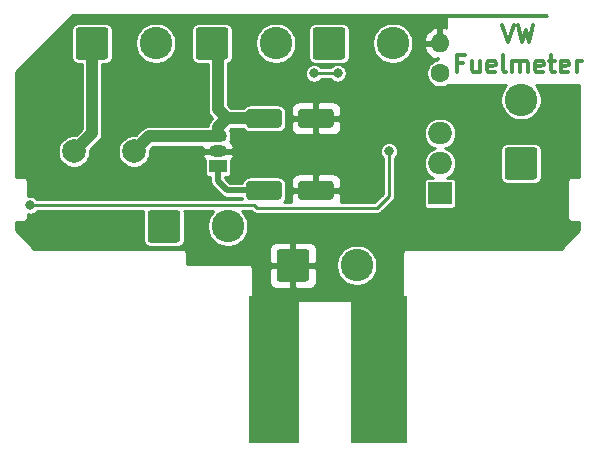
<source format=gbr>
G04 #@! TF.GenerationSoftware,KiCad,Pcbnew,(5.1.12-1-10_14)*
G04 #@! TF.CreationDate,2023-02-19T18:05:48+01:00*
G04 #@! TF.ProjectId,Kaefer_Konstanter_Tank,4b616566-6572-45f4-9b6f-6e7374616e74,rev?*
G04 #@! TF.SameCoordinates,Original*
G04 #@! TF.FileFunction,Copper,L1,Top*
G04 #@! TF.FilePolarity,Positive*
%FSLAX46Y46*%
G04 Gerber Fmt 4.6, Leading zero omitted, Abs format (unit mm)*
G04 Created by KiCad (PCBNEW (5.1.12-1-10_14)) date 2023-02-19 18:05:48*
%MOMM*%
%LPD*%
G01*
G04 APERTURE LIST*
G04 #@! TA.AperFunction,NonConductor*
%ADD10C,0.300000*%
G04 #@! TD*
G04 #@! TA.AperFunction,ComponentPad*
%ADD11R,1.500000X1.050000*%
G04 #@! TD*
G04 #@! TA.AperFunction,ComponentPad*
%ADD12O,1.500000X1.050000*%
G04 #@! TD*
G04 #@! TA.AperFunction,ComponentPad*
%ADD13O,1.600000X1.600000*%
G04 #@! TD*
G04 #@! TA.AperFunction,ComponentPad*
%ADD14C,1.600000*%
G04 #@! TD*
G04 #@! TA.AperFunction,ComponentPad*
%ADD15O,2.000000X1.905000*%
G04 #@! TD*
G04 #@! TA.AperFunction,ComponentPad*
%ADD16R,2.000000X1.905000*%
G04 #@! TD*
G04 #@! TA.AperFunction,ComponentPad*
%ADD17C,2.750000*%
G04 #@! TD*
G04 #@! TA.AperFunction,ComponentPad*
%ADD18C,2.000000*%
G04 #@! TD*
G04 #@! TA.AperFunction,ViaPad*
%ADD19C,0.800000*%
G04 #@! TD*
G04 #@! TA.AperFunction,Conductor*
%ADD20C,1.000000*%
G04 #@! TD*
G04 #@! TA.AperFunction,Conductor*
%ADD21C,0.250000*%
G04 #@! TD*
G04 #@! TA.AperFunction,Conductor*
%ADD22C,0.500000*%
G04 #@! TD*
G04 #@! TA.AperFunction,Conductor*
%ADD23C,0.254000*%
G04 #@! TD*
G04 #@! TA.AperFunction,Conductor*
%ADD24C,0.100000*%
G04 #@! TD*
G04 #@! TA.AperFunction,Conductor*
%ADD25C,0.025400*%
G04 #@! TD*
G04 APERTURE END LIST*
D10*
X165774857Y-106107571D02*
X166274857Y-107607571D01*
X166774857Y-106107571D01*
X167132000Y-106107571D02*
X167489142Y-107607571D01*
X167774857Y-106536142D01*
X168060571Y-107607571D01*
X168417714Y-106107571D01*
X162453428Y-109371857D02*
X161953428Y-109371857D01*
X161953428Y-110157571D02*
X161953428Y-108657571D01*
X162667714Y-108657571D01*
X163882000Y-109157571D02*
X163882000Y-110157571D01*
X163239142Y-109157571D02*
X163239142Y-109943285D01*
X163310571Y-110086142D01*
X163453428Y-110157571D01*
X163667714Y-110157571D01*
X163810571Y-110086142D01*
X163882000Y-110014714D01*
X165167714Y-110086142D02*
X165024857Y-110157571D01*
X164739142Y-110157571D01*
X164596285Y-110086142D01*
X164524857Y-109943285D01*
X164524857Y-109371857D01*
X164596285Y-109229000D01*
X164739142Y-109157571D01*
X165024857Y-109157571D01*
X165167714Y-109229000D01*
X165239142Y-109371857D01*
X165239142Y-109514714D01*
X164524857Y-109657571D01*
X166096285Y-110157571D02*
X165953428Y-110086142D01*
X165882000Y-109943285D01*
X165882000Y-108657571D01*
X166667714Y-110157571D02*
X166667714Y-109157571D01*
X166667714Y-109300428D02*
X166739142Y-109229000D01*
X166882000Y-109157571D01*
X167096285Y-109157571D01*
X167239142Y-109229000D01*
X167310571Y-109371857D01*
X167310571Y-110157571D01*
X167310571Y-109371857D02*
X167382000Y-109229000D01*
X167524857Y-109157571D01*
X167739142Y-109157571D01*
X167882000Y-109229000D01*
X167953428Y-109371857D01*
X167953428Y-110157571D01*
X169239142Y-110086142D02*
X169096285Y-110157571D01*
X168810571Y-110157571D01*
X168667714Y-110086142D01*
X168596285Y-109943285D01*
X168596285Y-109371857D01*
X168667714Y-109229000D01*
X168810571Y-109157571D01*
X169096285Y-109157571D01*
X169239142Y-109229000D01*
X169310571Y-109371857D01*
X169310571Y-109514714D01*
X168596285Y-109657571D01*
X169739142Y-109157571D02*
X170310571Y-109157571D01*
X169953428Y-108657571D02*
X169953428Y-109943285D01*
X170024857Y-110086142D01*
X170167714Y-110157571D01*
X170310571Y-110157571D01*
X171382000Y-110086142D02*
X171239142Y-110157571D01*
X170953428Y-110157571D01*
X170810571Y-110086142D01*
X170739142Y-109943285D01*
X170739142Y-109371857D01*
X170810571Y-109229000D01*
X170953428Y-109157571D01*
X171239142Y-109157571D01*
X171382000Y-109229000D01*
X171453428Y-109371857D01*
X171453428Y-109514714D01*
X170739142Y-109657571D01*
X172096285Y-110157571D02*
X172096285Y-109157571D01*
X172096285Y-109443285D02*
X172167714Y-109300428D01*
X172239142Y-109229000D01*
X172382000Y-109157571D01*
X172524857Y-109157571D01*
D11*
X141732000Y-118110000D03*
D12*
X141732000Y-115570000D03*
X141732000Y-116840000D03*
D13*
X160528000Y-107696000D03*
D14*
X160528000Y-110236000D03*
D15*
X160528000Y-115316000D03*
X160528000Y-117856000D03*
D16*
X160528000Y-120396000D03*
D17*
X146624000Y-107696000D03*
G04 #@! TA.AperFunction,ComponentPad*
G36*
G01*
X139849000Y-108821001D02*
X139849000Y-106570999D01*
G75*
G02*
X140098999Y-106321000I249999J0D01*
G01*
X142349001Y-106321000D01*
G75*
G02*
X142599000Y-106570999I0J-249999D01*
G01*
X142599000Y-108821001D01*
G75*
G02*
X142349001Y-109071000I-249999J0D01*
G01*
X140098999Y-109071000D01*
G75*
G02*
X139849000Y-108821001I0J249999D01*
G01*
G37*
G04 #@! TD.AperFunction*
X153482000Y-126492000D03*
G04 #@! TA.AperFunction,ComponentPad*
G36*
G01*
X146707000Y-127617001D02*
X146707000Y-125366999D01*
G75*
G02*
X146956999Y-125117000I249999J0D01*
G01*
X149207001Y-125117000D01*
G75*
G02*
X149457000Y-125366999I0J-249999D01*
G01*
X149457000Y-127617001D01*
G75*
G02*
X149207001Y-127867000I-249999J0D01*
G01*
X146956999Y-127867000D01*
G75*
G02*
X146707000Y-127617001I0J249999D01*
G01*
G37*
G04 #@! TD.AperFunction*
X167386000Y-112456000D03*
G04 #@! TA.AperFunction,ComponentPad*
G36*
G01*
X168511001Y-119231000D02*
X166260999Y-119231000D01*
G75*
G02*
X166011000Y-118981001I0J249999D01*
G01*
X166011000Y-116730999D01*
G75*
G02*
X166260999Y-116481000I249999J0D01*
G01*
X168511001Y-116481000D01*
G75*
G02*
X168761000Y-116730999I0J-249999D01*
G01*
X168761000Y-118981001D01*
G75*
G02*
X168511001Y-119231000I-249999J0D01*
G01*
G37*
G04 #@! TD.AperFunction*
X142560000Y-123190000D03*
G04 #@! TA.AperFunction,ComponentPad*
G36*
G01*
X135785000Y-124315001D02*
X135785000Y-122064999D01*
G75*
G02*
X136034999Y-121815000I249999J0D01*
G01*
X138285001Y-121815000D01*
G75*
G02*
X138535000Y-122064999I0J-249999D01*
G01*
X138535000Y-124315001D01*
G75*
G02*
X138285001Y-124565000I-249999J0D01*
G01*
X136034999Y-124565000D01*
G75*
G02*
X135785000Y-124315001I0J249999D01*
G01*
G37*
G04 #@! TD.AperFunction*
X156530000Y-107696000D03*
G04 #@! TA.AperFunction,ComponentPad*
G36*
G01*
X149755000Y-108821001D02*
X149755000Y-106570999D01*
G75*
G02*
X150004999Y-106321000I249999J0D01*
G01*
X152255001Y-106321000D01*
G75*
G02*
X152505000Y-106570999I0J-249999D01*
G01*
X152505000Y-108821001D01*
G75*
G02*
X152255001Y-109071000I-249999J0D01*
G01*
X150004999Y-109071000D01*
G75*
G02*
X149755000Y-108821001I0J249999D01*
G01*
G37*
G04 #@! TD.AperFunction*
X136464000Y-107696000D03*
G04 #@! TA.AperFunction,ComponentPad*
G36*
G01*
X129689000Y-108821001D02*
X129689000Y-106570999D01*
G75*
G02*
X129938999Y-106321000I249999J0D01*
G01*
X132189001Y-106321000D01*
G75*
G02*
X132439000Y-106570999I0J-249999D01*
G01*
X132439000Y-108821001D01*
G75*
G02*
X132189001Y-109071000I-249999J0D01*
G01*
X129938999Y-109071000D01*
G75*
G02*
X129689000Y-108821001I0J249999D01*
G01*
G37*
G04 #@! TD.AperFunction*
D18*
X129540000Y-116840000D03*
X134620000Y-116840000D03*
G04 #@! TA.AperFunction,SMDPad,CuDef*
G36*
G01*
X148528000Y-120692000D02*
X148528000Y-119592000D01*
G75*
G02*
X148778000Y-119342000I250000J0D01*
G01*
X151278000Y-119342000D01*
G75*
G02*
X151528000Y-119592000I0J-250000D01*
G01*
X151528000Y-120692000D01*
G75*
G02*
X151278000Y-120942000I-250000J0D01*
G01*
X148778000Y-120942000D01*
G75*
G02*
X148528000Y-120692000I0J250000D01*
G01*
G37*
G04 #@! TD.AperFunction*
G04 #@! TA.AperFunction,SMDPad,CuDef*
G36*
G01*
X144128000Y-120692000D02*
X144128000Y-119592000D01*
G75*
G02*
X144378000Y-119342000I250000J0D01*
G01*
X146878000Y-119342000D01*
G75*
G02*
X147128000Y-119592000I0J-250000D01*
G01*
X147128000Y-120692000D01*
G75*
G02*
X146878000Y-120942000I-250000J0D01*
G01*
X144378000Y-120942000D01*
G75*
G02*
X144128000Y-120692000I0J250000D01*
G01*
G37*
G04 #@! TD.AperFunction*
G04 #@! TA.AperFunction,SMDPad,CuDef*
G36*
G01*
X148528000Y-114596000D02*
X148528000Y-113496000D01*
G75*
G02*
X148778000Y-113246000I250000J0D01*
G01*
X151278000Y-113246000D01*
G75*
G02*
X151528000Y-113496000I0J-250000D01*
G01*
X151528000Y-114596000D01*
G75*
G02*
X151278000Y-114846000I-250000J0D01*
G01*
X148778000Y-114846000D01*
G75*
G02*
X148528000Y-114596000I0J250000D01*
G01*
G37*
G04 #@! TD.AperFunction*
G04 #@! TA.AperFunction,SMDPad,CuDef*
G36*
G01*
X144128000Y-114596000D02*
X144128000Y-113496000D01*
G75*
G02*
X144378000Y-113246000I250000J0D01*
G01*
X146878000Y-113246000D01*
G75*
G02*
X147128000Y-113496000I0J-250000D01*
G01*
X147128000Y-114596000D01*
G75*
G02*
X146878000Y-114846000I-250000J0D01*
G01*
X144378000Y-114846000D01*
G75*
G02*
X144128000Y-114596000I0J250000D01*
G01*
G37*
G04 #@! TD.AperFunction*
D19*
X149123400Y-111048800D03*
X151855000Y-110236000D03*
X149860000Y-110236000D03*
X156210000Y-116840000D03*
X125847000Y-121412000D03*
D20*
X135890000Y-115570000D02*
X134620000Y-116840000D01*
X141732000Y-115570000D02*
X135890000Y-115570000D01*
X145628000Y-114046000D02*
X142494000Y-114046000D01*
X141732000Y-114808000D02*
X141732000Y-115570000D01*
X142494000Y-114046000D02*
X141732000Y-114808000D01*
D21*
X141732000Y-108204000D02*
X141224000Y-107696000D01*
D20*
X142494000Y-114046000D02*
X141732000Y-113284000D01*
X141732000Y-113284000D02*
X141732000Y-108204000D01*
D22*
X145628000Y-120142000D02*
X142494000Y-120142000D01*
X141732000Y-119380000D02*
X141732000Y-118110000D01*
X142494000Y-120142000D02*
X141732000Y-119380000D01*
D21*
X151855000Y-110236000D02*
X149860000Y-110236000D01*
X156210000Y-116840000D02*
X156210000Y-120650000D01*
X156210000Y-120650000D02*
X155194000Y-121666000D01*
X144780000Y-121412000D02*
X145034000Y-121666000D01*
X125847000Y-121412000D02*
X144780000Y-121412000D01*
X155194000Y-121666000D02*
X145034000Y-121666000D01*
D20*
X131064000Y-115316000D02*
X129540000Y-116840000D01*
X131064000Y-107696000D02*
X131064000Y-115316000D01*
D23*
X169588831Y-105393000D02*
X161065286Y-105393000D01*
X161065286Y-106370371D01*
X161011087Y-106344754D01*
X160877039Y-106304096D01*
X160655000Y-106426085D01*
X160655000Y-107569000D01*
X160675000Y-107569000D01*
X160675000Y-107823000D01*
X160655000Y-107823000D01*
X160655000Y-107843000D01*
X160401000Y-107843000D01*
X160401000Y-107823000D01*
X159257376Y-107823000D01*
X159136091Y-108045040D01*
X159230930Y-108309881D01*
X159375615Y-108551131D01*
X159564586Y-108759519D01*
X159790580Y-108927037D01*
X160044913Y-109047246D01*
X160178961Y-109087904D01*
X160400998Y-108965916D01*
X160400998Y-109057125D01*
X160183515Y-109100386D01*
X159968587Y-109189412D01*
X159775157Y-109318658D01*
X159610658Y-109483157D01*
X159481412Y-109676587D01*
X159392386Y-109891515D01*
X159347000Y-110119682D01*
X159347000Y-110352318D01*
X159392386Y-110580485D01*
X159481412Y-110795413D01*
X159610658Y-110988843D01*
X159775157Y-111153342D01*
X159968587Y-111282588D01*
X160183515Y-111371614D01*
X160411682Y-111417000D01*
X160644318Y-111417000D01*
X160872485Y-111371614D01*
X161087413Y-111282588D01*
X161128701Y-111255000D01*
X166103640Y-111255000D01*
X166022025Y-111336615D01*
X165829853Y-111624222D01*
X165697482Y-111943794D01*
X165630000Y-112283049D01*
X165630000Y-112628951D01*
X165697482Y-112968206D01*
X165829853Y-113287778D01*
X166022025Y-113575385D01*
X166266615Y-113819975D01*
X166554222Y-114012147D01*
X166873794Y-114144518D01*
X167213049Y-114212000D01*
X167558951Y-114212000D01*
X167898206Y-114144518D01*
X168217778Y-114012147D01*
X168505385Y-113819975D01*
X168749975Y-113575385D01*
X168942147Y-113287778D01*
X169074518Y-112968206D01*
X169142000Y-112628951D01*
X169142000Y-112283049D01*
X169074518Y-111943794D01*
X168942147Y-111624222D01*
X168749975Y-111336615D01*
X168668360Y-111255000D01*
X172314000Y-111255000D01*
X172314001Y-118974000D01*
X171723941Y-118974000D01*
X171704000Y-118972036D01*
X171684060Y-118974000D01*
X171684059Y-118974000D01*
X171624410Y-118979875D01*
X171547879Y-119003090D01*
X171477347Y-119040790D01*
X171415526Y-119091526D01*
X171364790Y-119153347D01*
X171327090Y-119223879D01*
X171303875Y-119300410D01*
X171296036Y-119380000D01*
X171298001Y-119399951D01*
X171298000Y-122408059D01*
X171296036Y-122428000D01*
X171303875Y-122507590D01*
X171327090Y-122584121D01*
X171364790Y-122654653D01*
X171383782Y-122677794D01*
X171415526Y-122716474D01*
X171477347Y-122767210D01*
X171547879Y-122804910D01*
X171624410Y-122828125D01*
X171704000Y-122835964D01*
X171723940Y-122834000D01*
X172314000Y-122834000D01*
X172314001Y-123529829D01*
X170773831Y-125070000D01*
X157753940Y-125070000D01*
X157734000Y-125068036D01*
X157714059Y-125070000D01*
X157654410Y-125075875D01*
X157577879Y-125099090D01*
X157507347Y-125136790D01*
X157445526Y-125187526D01*
X157394790Y-125249347D01*
X157357090Y-125319879D01*
X157333875Y-125396410D01*
X157326036Y-125476000D01*
X157328000Y-125495941D01*
X157328000Y-129413000D01*
X153293744Y-129413000D01*
X153284910Y-129383879D01*
X153247210Y-129313347D01*
X153196474Y-129251526D01*
X153134653Y-129200790D01*
X153064121Y-129163090D01*
X152987590Y-129139875D01*
X152927941Y-129134000D01*
X152908000Y-129132036D01*
X152888060Y-129134000D01*
X148609940Y-129134000D01*
X148590000Y-129132036D01*
X148570059Y-129134000D01*
X148510410Y-129139875D01*
X148433879Y-129163090D01*
X148363347Y-129200790D01*
X148301526Y-129251526D01*
X148250790Y-129313347D01*
X148213090Y-129383879D01*
X148204256Y-129413000D01*
X144678000Y-129413000D01*
X144678000Y-127867000D01*
X146068928Y-127867000D01*
X146081188Y-127991482D01*
X146117498Y-128111180D01*
X146176463Y-128221494D01*
X146255815Y-128318185D01*
X146352506Y-128397537D01*
X146462820Y-128456502D01*
X146582518Y-128492812D01*
X146707000Y-128505072D01*
X147796250Y-128502000D01*
X147955000Y-128343250D01*
X147955000Y-126619000D01*
X148209000Y-126619000D01*
X148209000Y-128343250D01*
X148367750Y-128502000D01*
X149457000Y-128505072D01*
X149581482Y-128492812D01*
X149701180Y-128456502D01*
X149811494Y-128397537D01*
X149908185Y-128318185D01*
X149987537Y-128221494D01*
X150046502Y-128111180D01*
X150082812Y-127991482D01*
X150095072Y-127867000D01*
X150092000Y-126777750D01*
X149933250Y-126619000D01*
X148209000Y-126619000D01*
X147955000Y-126619000D01*
X146230750Y-126619000D01*
X146072000Y-126777750D01*
X146068928Y-127867000D01*
X144678000Y-127867000D01*
X144678000Y-126765940D01*
X144679964Y-126746000D01*
X144672125Y-126666410D01*
X144648910Y-126589879D01*
X144611210Y-126519347D01*
X144560474Y-126457526D01*
X144498653Y-126406790D01*
X144428121Y-126369090D01*
X144351590Y-126345875D01*
X144291941Y-126340000D01*
X144272000Y-126338036D01*
X144252060Y-126340000D01*
X139090000Y-126340000D01*
X139090000Y-125495941D01*
X139091964Y-125476000D01*
X139084125Y-125396410D01*
X139060910Y-125319879D01*
X139023210Y-125249347D01*
X138972474Y-125187526D01*
X138910653Y-125136790D01*
X138873629Y-125117000D01*
X146068928Y-125117000D01*
X146072000Y-126206250D01*
X146230750Y-126365000D01*
X147955000Y-126365000D01*
X147955000Y-124640750D01*
X148209000Y-124640750D01*
X148209000Y-126365000D01*
X149933250Y-126365000D01*
X149979201Y-126319049D01*
X151726000Y-126319049D01*
X151726000Y-126664951D01*
X151793482Y-127004206D01*
X151925853Y-127323778D01*
X152118025Y-127611385D01*
X152362615Y-127855975D01*
X152650222Y-128048147D01*
X152969794Y-128180518D01*
X153309049Y-128248000D01*
X153654951Y-128248000D01*
X153994206Y-128180518D01*
X154313778Y-128048147D01*
X154601385Y-127855975D01*
X154845975Y-127611385D01*
X155038147Y-127323778D01*
X155170518Y-127004206D01*
X155238000Y-126664951D01*
X155238000Y-126319049D01*
X155170518Y-125979794D01*
X155038147Y-125660222D01*
X154845975Y-125372615D01*
X154601385Y-125128025D01*
X154313778Y-124935853D01*
X153994206Y-124803482D01*
X153654951Y-124736000D01*
X153309049Y-124736000D01*
X152969794Y-124803482D01*
X152650222Y-124935853D01*
X152362615Y-125128025D01*
X152118025Y-125372615D01*
X151925853Y-125660222D01*
X151793482Y-125979794D01*
X151726000Y-126319049D01*
X149979201Y-126319049D01*
X150092000Y-126206250D01*
X150095072Y-125117000D01*
X150082812Y-124992518D01*
X150046502Y-124872820D01*
X149987537Y-124762506D01*
X149908185Y-124665815D01*
X149811494Y-124586463D01*
X149701180Y-124527498D01*
X149581482Y-124491188D01*
X149457000Y-124478928D01*
X148367750Y-124482000D01*
X148209000Y-124640750D01*
X147955000Y-124640750D01*
X147796250Y-124482000D01*
X146707000Y-124478928D01*
X146582518Y-124491188D01*
X146462820Y-124527498D01*
X146352506Y-124586463D01*
X146255815Y-124665815D01*
X146176463Y-124762506D01*
X146117498Y-124872820D01*
X146081188Y-124992518D01*
X146068928Y-125117000D01*
X138873629Y-125117000D01*
X138840121Y-125099090D01*
X138763590Y-125075875D01*
X138703941Y-125070000D01*
X138684000Y-125068036D01*
X138664060Y-125070000D01*
X126152170Y-125070000D01*
X124612000Y-123529831D01*
X124612000Y-122834000D01*
X125202059Y-122834000D01*
X125222000Y-122835964D01*
X125241940Y-122834000D01*
X125241941Y-122834000D01*
X125301590Y-122828125D01*
X125378121Y-122804910D01*
X125448653Y-122767210D01*
X125510474Y-122716474D01*
X125561210Y-122654653D01*
X125598910Y-122584121D01*
X125622125Y-122507590D01*
X125629964Y-122428000D01*
X125628000Y-122408059D01*
X125628000Y-122164739D01*
X125770078Y-122193000D01*
X125923922Y-122193000D01*
X126074809Y-122162987D01*
X126216942Y-122104113D01*
X126344859Y-122018642D01*
X126445501Y-121918000D01*
X135421457Y-121918000D01*
X135414317Y-121941538D01*
X135402157Y-122064999D01*
X135402157Y-124315001D01*
X135414317Y-124438462D01*
X135450329Y-124557179D01*
X135508810Y-124666589D01*
X135587512Y-124762488D01*
X135683411Y-124841190D01*
X135792821Y-124899671D01*
X135911538Y-124935683D01*
X136034999Y-124947843D01*
X138285001Y-124947843D01*
X138408462Y-124935683D01*
X138527179Y-124899671D01*
X138636589Y-124841190D01*
X138732488Y-124762488D01*
X138811190Y-124666589D01*
X138869671Y-124557179D01*
X138905683Y-124438462D01*
X138917843Y-124315001D01*
X138917843Y-122064999D01*
X138905683Y-121941538D01*
X138898543Y-121918000D01*
X141348640Y-121918000D01*
X141196025Y-122070615D01*
X141003853Y-122358222D01*
X140871482Y-122677794D01*
X140804000Y-123017049D01*
X140804000Y-123362951D01*
X140871482Y-123702206D01*
X141003853Y-124021778D01*
X141196025Y-124309385D01*
X141440615Y-124553975D01*
X141728222Y-124746147D01*
X142047794Y-124878518D01*
X142387049Y-124946000D01*
X142732951Y-124946000D01*
X143072206Y-124878518D01*
X143391778Y-124746147D01*
X143679385Y-124553975D01*
X143923975Y-124309385D01*
X144116147Y-124021778D01*
X144248518Y-123702206D01*
X144316000Y-123362951D01*
X144316000Y-123017049D01*
X144248518Y-122677794D01*
X144116147Y-122358222D01*
X143923975Y-122070615D01*
X143771360Y-121918000D01*
X144570409Y-121918000D01*
X144658624Y-122006215D01*
X144674473Y-122025527D01*
X144751521Y-122088759D01*
X144839425Y-122135745D01*
X144934806Y-122164678D01*
X144944694Y-122165652D01*
X145009146Y-122172000D01*
X145009153Y-122172000D01*
X145033999Y-122174447D01*
X145058845Y-122172000D01*
X155169154Y-122172000D01*
X155194000Y-122174447D01*
X155218846Y-122172000D01*
X155218854Y-122172000D01*
X155293193Y-122164678D01*
X155388575Y-122135745D01*
X155476479Y-122088759D01*
X155553527Y-122025527D01*
X155569376Y-122006215D01*
X156550220Y-121025372D01*
X156569527Y-121009527D01*
X156632759Y-120932479D01*
X156679745Y-120844575D01*
X156708678Y-120749193D01*
X156716000Y-120674854D01*
X156716000Y-120674846D01*
X156718447Y-120650000D01*
X156716000Y-120625154D01*
X156716000Y-117438501D01*
X156816642Y-117337859D01*
X156902113Y-117209942D01*
X156960987Y-117067809D01*
X156991000Y-116916922D01*
X156991000Y-116763078D01*
X156960987Y-116612191D01*
X156902113Y-116470058D01*
X156816642Y-116342141D01*
X156707859Y-116233358D01*
X156579942Y-116147887D01*
X156437809Y-116089013D01*
X156286922Y-116059000D01*
X156133078Y-116059000D01*
X155982191Y-116089013D01*
X155840058Y-116147887D01*
X155712141Y-116233358D01*
X155603358Y-116342141D01*
X155517887Y-116470058D01*
X155459013Y-116612191D01*
X155429000Y-116763078D01*
X155429000Y-116916922D01*
X155459013Y-117067809D01*
X155517887Y-117209942D01*
X155603358Y-117337859D01*
X155704000Y-117438501D01*
X155704001Y-120440407D01*
X154984409Y-121160000D01*
X152125444Y-121160000D01*
X152153812Y-121066482D01*
X152166072Y-120942000D01*
X152163000Y-120427750D01*
X152004250Y-120269000D01*
X150155000Y-120269000D01*
X150155000Y-120289000D01*
X149901000Y-120289000D01*
X149901000Y-120269000D01*
X148051750Y-120269000D01*
X147893000Y-120427750D01*
X147889928Y-120942000D01*
X147902188Y-121066482D01*
X147930556Y-121160000D01*
X147300494Y-121160000D01*
X147325488Y-121139488D01*
X147404190Y-121043589D01*
X147462671Y-120934179D01*
X147498683Y-120815462D01*
X147510843Y-120692000D01*
X147510843Y-119592000D01*
X147498683Y-119468538D01*
X147462671Y-119349821D01*
X147458491Y-119342000D01*
X147889928Y-119342000D01*
X147893000Y-119856250D01*
X148051750Y-120015000D01*
X149901000Y-120015000D01*
X149901000Y-118865750D01*
X150155000Y-118865750D01*
X150155000Y-120015000D01*
X152004250Y-120015000D01*
X152163000Y-119856250D01*
X152166072Y-119342000D01*
X152153812Y-119217518D01*
X152117502Y-119097820D01*
X152058537Y-118987506D01*
X151979185Y-118890815D01*
X151882494Y-118811463D01*
X151772180Y-118752498D01*
X151652482Y-118716188D01*
X151528000Y-118703928D01*
X150313750Y-118707000D01*
X150155000Y-118865750D01*
X149901000Y-118865750D01*
X149742250Y-118707000D01*
X148528000Y-118703928D01*
X148403518Y-118716188D01*
X148283820Y-118752498D01*
X148173506Y-118811463D01*
X148076815Y-118890815D01*
X147997463Y-118987506D01*
X147938498Y-119097820D01*
X147902188Y-119217518D01*
X147889928Y-119342000D01*
X147458491Y-119342000D01*
X147404190Y-119240411D01*
X147325488Y-119144512D01*
X147229589Y-119065810D01*
X147120179Y-119007329D01*
X147001462Y-118971317D01*
X146878000Y-118959157D01*
X144378000Y-118959157D01*
X144254538Y-118971317D01*
X144135821Y-119007329D01*
X144026411Y-119065810D01*
X143930512Y-119144512D01*
X143851810Y-119240411D01*
X143793329Y-119349821D01*
X143757317Y-119468538D01*
X143753135Y-119511000D01*
X142755369Y-119511000D01*
X142363000Y-119118632D01*
X142363000Y-119017843D01*
X142482000Y-119017843D01*
X142556689Y-119010487D01*
X142628508Y-118988701D01*
X142694696Y-118953322D01*
X142752711Y-118905711D01*
X142800322Y-118847696D01*
X142835701Y-118781508D01*
X142857487Y-118709689D01*
X142864843Y-118635000D01*
X142864843Y-117585000D01*
X142863730Y-117573695D01*
X142974275Y-117416882D01*
X143067272Y-117207337D01*
X143075964Y-117145810D01*
X142950163Y-116967000D01*
X141859000Y-116967000D01*
X141859000Y-116987000D01*
X141605000Y-116987000D01*
X141605000Y-116967000D01*
X140513837Y-116967000D01*
X140388036Y-117145810D01*
X140396728Y-117207337D01*
X140489725Y-117416882D01*
X140600270Y-117573695D01*
X140599157Y-117585000D01*
X140599157Y-118635000D01*
X140606513Y-118709689D01*
X140628299Y-118781508D01*
X140663678Y-118847696D01*
X140711289Y-118905711D01*
X140769304Y-118953322D01*
X140835492Y-118988701D01*
X140907311Y-119010487D01*
X140982000Y-119017843D01*
X141101000Y-119017843D01*
X141101000Y-119349009D01*
X141097948Y-119380000D01*
X141101000Y-119410990D01*
X141101000Y-119410997D01*
X141110130Y-119503697D01*
X141146211Y-119622641D01*
X141204804Y-119732260D01*
X141283657Y-119828343D01*
X141307737Y-119848105D01*
X142025899Y-120566268D01*
X142045657Y-120590343D01*
X142141739Y-120669196D01*
X142251358Y-120727789D01*
X142370302Y-120763870D01*
X142463002Y-120773000D01*
X142463009Y-120773000D01*
X142494000Y-120776052D01*
X142524990Y-120773000D01*
X143753135Y-120773000D01*
X143757317Y-120815462D01*
X143784781Y-120906000D01*
X126445501Y-120906000D01*
X126344859Y-120805358D01*
X126216942Y-120719887D01*
X126074809Y-120661013D01*
X125923922Y-120631000D01*
X125770078Y-120631000D01*
X125628000Y-120659261D01*
X125628000Y-119399941D01*
X125629964Y-119380000D01*
X125622125Y-119300410D01*
X125598910Y-119223879D01*
X125561210Y-119153347D01*
X125510474Y-119091526D01*
X125448653Y-119040790D01*
X125378121Y-119003090D01*
X125301590Y-118979875D01*
X125241941Y-118974000D01*
X125222000Y-118972036D01*
X125202060Y-118974000D01*
X124612000Y-118974000D01*
X124612000Y-116703983D01*
X128159000Y-116703983D01*
X128159000Y-116976017D01*
X128212071Y-117242823D01*
X128316174Y-117494149D01*
X128467307Y-117720336D01*
X128659664Y-117912693D01*
X128885851Y-118063826D01*
X129137177Y-118167929D01*
X129403983Y-118221000D01*
X129676017Y-118221000D01*
X129942823Y-118167929D01*
X130194149Y-118063826D01*
X130420336Y-117912693D01*
X130612693Y-117720336D01*
X130763826Y-117494149D01*
X130867929Y-117242823D01*
X130921000Y-116976017D01*
X130921000Y-116704921D01*
X130921938Y-116703983D01*
X133239000Y-116703983D01*
X133239000Y-116976017D01*
X133292071Y-117242823D01*
X133396174Y-117494149D01*
X133547307Y-117720336D01*
X133739664Y-117912693D01*
X133965851Y-118063826D01*
X134217177Y-118167929D01*
X134483983Y-118221000D01*
X134756017Y-118221000D01*
X135022823Y-118167929D01*
X135274149Y-118063826D01*
X135500336Y-117912693D01*
X135692693Y-117720336D01*
X135843826Y-117494149D01*
X135947929Y-117242823D01*
X136001000Y-116976017D01*
X136001000Y-116704922D01*
X136254922Y-116451000D01*
X140406342Y-116451000D01*
X140396728Y-116472663D01*
X140388036Y-116534190D01*
X140513837Y-116713000D01*
X141605000Y-116713000D01*
X141605000Y-116693000D01*
X141859000Y-116693000D01*
X141859000Y-116713000D01*
X142950163Y-116713000D01*
X143075964Y-116534190D01*
X143067272Y-116472663D01*
X142974275Y-116263118D01*
X142842184Y-116075742D01*
X142757191Y-115994894D01*
X142798084Y-115918388D01*
X142849890Y-115747607D01*
X142867383Y-115570000D01*
X142849890Y-115392393D01*
X142798084Y-115221612D01*
X142716655Y-115069267D01*
X142858922Y-114927000D01*
X143840805Y-114927000D01*
X143851810Y-114947589D01*
X143930512Y-115043488D01*
X144026411Y-115122190D01*
X144135821Y-115180671D01*
X144254538Y-115216683D01*
X144378000Y-115228843D01*
X146878000Y-115228843D01*
X147001462Y-115216683D01*
X147120179Y-115180671D01*
X147229589Y-115122190D01*
X147325488Y-115043488D01*
X147404190Y-114947589D01*
X147458490Y-114846000D01*
X147889928Y-114846000D01*
X147902188Y-114970482D01*
X147938498Y-115090180D01*
X147997463Y-115200494D01*
X148076815Y-115297185D01*
X148173506Y-115376537D01*
X148283820Y-115435502D01*
X148403518Y-115471812D01*
X148528000Y-115484072D01*
X149742250Y-115481000D01*
X149901000Y-115322250D01*
X149901000Y-114173000D01*
X150155000Y-114173000D01*
X150155000Y-115322250D01*
X150313750Y-115481000D01*
X151528000Y-115484072D01*
X151652482Y-115471812D01*
X151772180Y-115435502D01*
X151882494Y-115376537D01*
X151956258Y-115316000D01*
X159140548Y-115316000D01*
X159166295Y-115577412D01*
X159242546Y-115828777D01*
X159366371Y-116060437D01*
X159533011Y-116263489D01*
X159736063Y-116430129D01*
X159967723Y-116553954D01*
X160073364Y-116586000D01*
X159967723Y-116618046D01*
X159736063Y-116741871D01*
X159533011Y-116908511D01*
X159366371Y-117111563D01*
X159242546Y-117343223D01*
X159166295Y-117594588D01*
X159140548Y-117856000D01*
X159166295Y-118117412D01*
X159242546Y-118368777D01*
X159366371Y-118600437D01*
X159533011Y-118803489D01*
X159736063Y-118970129D01*
X159905429Y-119060657D01*
X159528000Y-119060657D01*
X159453311Y-119068013D01*
X159381492Y-119089799D01*
X159315304Y-119125178D01*
X159257289Y-119172789D01*
X159209678Y-119230804D01*
X159174299Y-119296992D01*
X159152513Y-119368811D01*
X159145157Y-119443500D01*
X159145157Y-121348500D01*
X159152513Y-121423189D01*
X159174299Y-121495008D01*
X159209678Y-121561196D01*
X159257289Y-121619211D01*
X159315304Y-121666822D01*
X159381492Y-121702201D01*
X159453311Y-121723987D01*
X159528000Y-121731343D01*
X161528000Y-121731343D01*
X161602689Y-121723987D01*
X161674508Y-121702201D01*
X161740696Y-121666822D01*
X161798711Y-121619211D01*
X161846322Y-121561196D01*
X161881701Y-121495008D01*
X161903487Y-121423189D01*
X161910843Y-121348500D01*
X161910843Y-119443500D01*
X161903487Y-119368811D01*
X161881701Y-119296992D01*
X161846322Y-119230804D01*
X161798711Y-119172789D01*
X161740696Y-119125178D01*
X161674508Y-119089799D01*
X161602689Y-119068013D01*
X161528000Y-119060657D01*
X161150571Y-119060657D01*
X161319937Y-118970129D01*
X161522989Y-118803489D01*
X161689629Y-118600437D01*
X161813454Y-118368777D01*
X161889705Y-118117412D01*
X161915452Y-117856000D01*
X161889705Y-117594588D01*
X161813454Y-117343223D01*
X161689629Y-117111563D01*
X161522989Y-116908511D01*
X161319937Y-116741871D01*
X161299597Y-116730999D01*
X165628157Y-116730999D01*
X165628157Y-118981001D01*
X165640317Y-119104462D01*
X165676329Y-119223179D01*
X165734810Y-119332589D01*
X165813512Y-119428488D01*
X165909411Y-119507190D01*
X166018821Y-119565671D01*
X166137538Y-119601683D01*
X166260999Y-119613843D01*
X168511001Y-119613843D01*
X168634462Y-119601683D01*
X168753179Y-119565671D01*
X168862589Y-119507190D01*
X168958488Y-119428488D01*
X169037190Y-119332589D01*
X169095671Y-119223179D01*
X169131683Y-119104462D01*
X169143843Y-118981001D01*
X169143843Y-116730999D01*
X169131683Y-116607538D01*
X169095671Y-116488821D01*
X169037190Y-116379411D01*
X168958488Y-116283512D01*
X168862589Y-116204810D01*
X168753179Y-116146329D01*
X168634462Y-116110317D01*
X168511001Y-116098157D01*
X166260999Y-116098157D01*
X166137538Y-116110317D01*
X166018821Y-116146329D01*
X165909411Y-116204810D01*
X165813512Y-116283512D01*
X165734810Y-116379411D01*
X165676329Y-116488821D01*
X165640317Y-116607538D01*
X165628157Y-116730999D01*
X161299597Y-116730999D01*
X161088277Y-116618046D01*
X160982636Y-116586000D01*
X161088277Y-116553954D01*
X161319937Y-116430129D01*
X161522989Y-116263489D01*
X161689629Y-116060437D01*
X161813454Y-115828777D01*
X161889705Y-115577412D01*
X161915452Y-115316000D01*
X161889705Y-115054588D01*
X161813454Y-114803223D01*
X161689629Y-114571563D01*
X161522989Y-114368511D01*
X161319937Y-114201871D01*
X161088277Y-114078046D01*
X160836912Y-114001795D01*
X160641008Y-113982500D01*
X160414992Y-113982500D01*
X160219088Y-114001795D01*
X159967723Y-114078046D01*
X159736063Y-114201871D01*
X159533011Y-114368511D01*
X159366371Y-114571563D01*
X159242546Y-114803223D01*
X159166295Y-115054588D01*
X159140548Y-115316000D01*
X151956258Y-115316000D01*
X151979185Y-115297185D01*
X152058537Y-115200494D01*
X152117502Y-115090180D01*
X152153812Y-114970482D01*
X152166072Y-114846000D01*
X152163000Y-114331750D01*
X152004250Y-114173000D01*
X150155000Y-114173000D01*
X149901000Y-114173000D01*
X148051750Y-114173000D01*
X147893000Y-114331750D01*
X147889928Y-114846000D01*
X147458490Y-114846000D01*
X147462671Y-114838179D01*
X147498683Y-114719462D01*
X147510843Y-114596000D01*
X147510843Y-113496000D01*
X147498683Y-113372538D01*
X147462671Y-113253821D01*
X147458491Y-113246000D01*
X147889928Y-113246000D01*
X147893000Y-113760250D01*
X148051750Y-113919000D01*
X149901000Y-113919000D01*
X149901000Y-112769750D01*
X150155000Y-112769750D01*
X150155000Y-113919000D01*
X152004250Y-113919000D01*
X152163000Y-113760250D01*
X152166072Y-113246000D01*
X152153812Y-113121518D01*
X152117502Y-113001820D01*
X152058537Y-112891506D01*
X151979185Y-112794815D01*
X151882494Y-112715463D01*
X151772180Y-112656498D01*
X151652482Y-112620188D01*
X151528000Y-112607928D01*
X150313750Y-112611000D01*
X150155000Y-112769750D01*
X149901000Y-112769750D01*
X149742250Y-112611000D01*
X148528000Y-112607928D01*
X148403518Y-112620188D01*
X148283820Y-112656498D01*
X148173506Y-112715463D01*
X148076815Y-112794815D01*
X147997463Y-112891506D01*
X147938498Y-113001820D01*
X147902188Y-113121518D01*
X147889928Y-113246000D01*
X147458491Y-113246000D01*
X147404190Y-113144411D01*
X147325488Y-113048512D01*
X147229589Y-112969810D01*
X147120179Y-112911329D01*
X147001462Y-112875317D01*
X146878000Y-112863157D01*
X144378000Y-112863157D01*
X144254538Y-112875317D01*
X144135821Y-112911329D01*
X144026411Y-112969810D01*
X143930512Y-113048512D01*
X143851810Y-113144411D01*
X143840805Y-113165000D01*
X142858922Y-113165000D01*
X142613000Y-112919079D01*
X142613000Y-110159078D01*
X149079000Y-110159078D01*
X149079000Y-110312922D01*
X149109013Y-110463809D01*
X149167887Y-110605942D01*
X149253358Y-110733859D01*
X149362141Y-110842642D01*
X149490058Y-110928113D01*
X149632191Y-110986987D01*
X149783078Y-111017000D01*
X149936922Y-111017000D01*
X150087809Y-110986987D01*
X150229942Y-110928113D01*
X150357859Y-110842642D01*
X150458501Y-110742000D01*
X151256499Y-110742000D01*
X151357141Y-110842642D01*
X151485058Y-110928113D01*
X151627191Y-110986987D01*
X151778078Y-111017000D01*
X151931922Y-111017000D01*
X152082809Y-110986987D01*
X152224942Y-110928113D01*
X152352859Y-110842642D01*
X152461642Y-110733859D01*
X152547113Y-110605942D01*
X152605987Y-110463809D01*
X152636000Y-110312922D01*
X152636000Y-110159078D01*
X152605987Y-110008191D01*
X152547113Y-109866058D01*
X152461642Y-109738141D01*
X152352859Y-109629358D01*
X152224942Y-109543887D01*
X152082809Y-109485013D01*
X151931922Y-109455000D01*
X151778078Y-109455000D01*
X151627191Y-109485013D01*
X151485058Y-109543887D01*
X151357141Y-109629358D01*
X151256499Y-109730000D01*
X150458501Y-109730000D01*
X150357859Y-109629358D01*
X150229942Y-109543887D01*
X150087809Y-109485013D01*
X149936922Y-109455000D01*
X149783078Y-109455000D01*
X149632191Y-109485013D01*
X149490058Y-109543887D01*
X149362141Y-109629358D01*
X149253358Y-109738141D01*
X149167887Y-109866058D01*
X149109013Y-110008191D01*
X149079000Y-110159078D01*
X142613000Y-110159078D01*
X142613000Y-109394007D01*
X142700589Y-109347190D01*
X142796488Y-109268488D01*
X142875190Y-109172589D01*
X142933671Y-109063179D01*
X142969683Y-108944462D01*
X142981843Y-108821001D01*
X142981843Y-107523049D01*
X144868000Y-107523049D01*
X144868000Y-107868951D01*
X144935482Y-108208206D01*
X145067853Y-108527778D01*
X145260025Y-108815385D01*
X145504615Y-109059975D01*
X145792222Y-109252147D01*
X146111794Y-109384518D01*
X146451049Y-109452000D01*
X146796951Y-109452000D01*
X147136206Y-109384518D01*
X147455778Y-109252147D01*
X147743385Y-109059975D01*
X147987975Y-108815385D01*
X148180147Y-108527778D01*
X148312518Y-108208206D01*
X148380000Y-107868951D01*
X148380000Y-107523049D01*
X148312518Y-107183794D01*
X148180147Y-106864222D01*
X147987975Y-106576615D01*
X147982359Y-106570999D01*
X149372157Y-106570999D01*
X149372157Y-108821001D01*
X149384317Y-108944462D01*
X149420329Y-109063179D01*
X149478810Y-109172589D01*
X149557512Y-109268488D01*
X149653411Y-109347190D01*
X149762821Y-109405671D01*
X149881538Y-109441683D01*
X150004999Y-109453843D01*
X152255001Y-109453843D01*
X152378462Y-109441683D01*
X152497179Y-109405671D01*
X152606589Y-109347190D01*
X152702488Y-109268488D01*
X152781190Y-109172589D01*
X152839671Y-109063179D01*
X152875683Y-108944462D01*
X152887843Y-108821001D01*
X152887843Y-107523049D01*
X154774000Y-107523049D01*
X154774000Y-107868951D01*
X154841482Y-108208206D01*
X154973853Y-108527778D01*
X155166025Y-108815385D01*
X155410615Y-109059975D01*
X155698222Y-109252147D01*
X156017794Y-109384518D01*
X156357049Y-109452000D01*
X156702951Y-109452000D01*
X157042206Y-109384518D01*
X157361778Y-109252147D01*
X157649385Y-109059975D01*
X157893975Y-108815385D01*
X158086147Y-108527778D01*
X158218518Y-108208206D01*
X158286000Y-107868951D01*
X158286000Y-107523049D01*
X158250974Y-107346960D01*
X159136091Y-107346960D01*
X159257376Y-107569000D01*
X160401000Y-107569000D01*
X160401000Y-106426085D01*
X160178961Y-106304096D01*
X160044913Y-106344754D01*
X159790580Y-106464963D01*
X159564586Y-106632481D01*
X159375615Y-106840869D01*
X159230930Y-107082119D01*
X159136091Y-107346960D01*
X158250974Y-107346960D01*
X158218518Y-107183794D01*
X158086147Y-106864222D01*
X157893975Y-106576615D01*
X157649385Y-106332025D01*
X157361778Y-106139853D01*
X157042206Y-106007482D01*
X156702951Y-105940000D01*
X156357049Y-105940000D01*
X156017794Y-106007482D01*
X155698222Y-106139853D01*
X155410615Y-106332025D01*
X155166025Y-106576615D01*
X154973853Y-106864222D01*
X154841482Y-107183794D01*
X154774000Y-107523049D01*
X152887843Y-107523049D01*
X152887843Y-106570999D01*
X152875683Y-106447538D01*
X152839671Y-106328821D01*
X152781190Y-106219411D01*
X152702488Y-106123512D01*
X152606589Y-106044810D01*
X152497179Y-105986329D01*
X152378462Y-105950317D01*
X152255001Y-105938157D01*
X150004999Y-105938157D01*
X149881538Y-105950317D01*
X149762821Y-105986329D01*
X149653411Y-106044810D01*
X149557512Y-106123512D01*
X149478810Y-106219411D01*
X149420329Y-106328821D01*
X149384317Y-106447538D01*
X149372157Y-106570999D01*
X147982359Y-106570999D01*
X147743385Y-106332025D01*
X147455778Y-106139853D01*
X147136206Y-106007482D01*
X146796951Y-105940000D01*
X146451049Y-105940000D01*
X146111794Y-106007482D01*
X145792222Y-106139853D01*
X145504615Y-106332025D01*
X145260025Y-106576615D01*
X145067853Y-106864222D01*
X144935482Y-107183794D01*
X144868000Y-107523049D01*
X142981843Y-107523049D01*
X142981843Y-106570999D01*
X142969683Y-106447538D01*
X142933671Y-106328821D01*
X142875190Y-106219411D01*
X142796488Y-106123512D01*
X142700589Y-106044810D01*
X142591179Y-105986329D01*
X142472462Y-105950317D01*
X142349001Y-105938157D01*
X140098999Y-105938157D01*
X139975538Y-105950317D01*
X139856821Y-105986329D01*
X139747411Y-106044810D01*
X139651512Y-106123512D01*
X139572810Y-106219411D01*
X139514329Y-106328821D01*
X139478317Y-106447538D01*
X139466157Y-106570999D01*
X139466157Y-108821001D01*
X139478317Y-108944462D01*
X139514329Y-109063179D01*
X139572810Y-109172589D01*
X139651512Y-109268488D01*
X139747411Y-109347190D01*
X139856821Y-109405671D01*
X139975538Y-109441683D01*
X140098999Y-109453843D01*
X140851001Y-109453843D01*
X140851000Y-113240730D01*
X140846738Y-113284000D01*
X140851000Y-113327270D01*
X140851000Y-113327272D01*
X140863748Y-113456705D01*
X140893316Y-113554175D01*
X140914125Y-113622774D01*
X140995932Y-113775825D01*
X141032165Y-113819975D01*
X141106025Y-113909975D01*
X141139644Y-113937565D01*
X141248079Y-114046000D01*
X141139644Y-114154435D01*
X141106025Y-114182025D01*
X141033021Y-114270983D01*
X140995932Y-114316175D01*
X140967958Y-114368511D01*
X140914125Y-114469226D01*
X140863748Y-114635295D01*
X140858459Y-114689000D01*
X135933269Y-114689000D01*
X135889999Y-114684738D01*
X135846729Y-114689000D01*
X135846727Y-114689000D01*
X135717294Y-114701748D01*
X135551225Y-114752125D01*
X135495206Y-114782068D01*
X135398174Y-114833932D01*
X135361689Y-114863875D01*
X135264025Y-114944025D01*
X135236439Y-114977639D01*
X134755078Y-115459000D01*
X134483983Y-115459000D01*
X134217177Y-115512071D01*
X133965851Y-115616174D01*
X133739664Y-115767307D01*
X133547307Y-115959664D01*
X133396174Y-116185851D01*
X133292071Y-116437177D01*
X133239000Y-116703983D01*
X130921938Y-116703983D01*
X131656361Y-115969561D01*
X131689975Y-115941975D01*
X131779078Y-115833402D01*
X131800068Y-115807826D01*
X131881874Y-115654776D01*
X131881875Y-115654775D01*
X131932252Y-115488706D01*
X131945000Y-115359273D01*
X131945000Y-115359271D01*
X131949262Y-115316001D01*
X131945000Y-115272731D01*
X131945000Y-109453843D01*
X132189001Y-109453843D01*
X132312462Y-109441683D01*
X132431179Y-109405671D01*
X132540589Y-109347190D01*
X132636488Y-109268488D01*
X132715190Y-109172589D01*
X132773671Y-109063179D01*
X132809683Y-108944462D01*
X132821843Y-108821001D01*
X132821843Y-107523049D01*
X134708000Y-107523049D01*
X134708000Y-107868951D01*
X134775482Y-108208206D01*
X134907853Y-108527778D01*
X135100025Y-108815385D01*
X135344615Y-109059975D01*
X135632222Y-109252147D01*
X135951794Y-109384518D01*
X136291049Y-109452000D01*
X136636951Y-109452000D01*
X136976206Y-109384518D01*
X137295778Y-109252147D01*
X137583385Y-109059975D01*
X137827975Y-108815385D01*
X138020147Y-108527778D01*
X138152518Y-108208206D01*
X138220000Y-107868951D01*
X138220000Y-107523049D01*
X138152518Y-107183794D01*
X138020147Y-106864222D01*
X137827975Y-106576615D01*
X137583385Y-106332025D01*
X137295778Y-106139853D01*
X136976206Y-106007482D01*
X136636951Y-105940000D01*
X136291049Y-105940000D01*
X135951794Y-106007482D01*
X135632222Y-106139853D01*
X135344615Y-106332025D01*
X135100025Y-106576615D01*
X134907853Y-106864222D01*
X134775482Y-107183794D01*
X134708000Y-107523049D01*
X132821843Y-107523049D01*
X132821843Y-106570999D01*
X132809683Y-106447538D01*
X132773671Y-106328821D01*
X132715190Y-106219411D01*
X132636488Y-106123512D01*
X132540589Y-106044810D01*
X132431179Y-105986329D01*
X132312462Y-105950317D01*
X132189001Y-105938157D01*
X129938999Y-105938157D01*
X129815538Y-105950317D01*
X129696821Y-105986329D01*
X129587411Y-106044810D01*
X129491512Y-106123512D01*
X129412810Y-106219411D01*
X129354329Y-106328821D01*
X129318317Y-106447538D01*
X129306157Y-106570999D01*
X129306157Y-108821001D01*
X129318317Y-108944462D01*
X129354329Y-109063179D01*
X129412810Y-109172589D01*
X129491512Y-109268488D01*
X129587411Y-109347190D01*
X129696821Y-109405671D01*
X129815538Y-109441683D01*
X129938999Y-109453843D01*
X130183000Y-109453843D01*
X130183001Y-114951077D01*
X129675079Y-115459000D01*
X129403983Y-115459000D01*
X129137177Y-115512071D01*
X128885851Y-115616174D01*
X128659664Y-115767307D01*
X128467307Y-115959664D01*
X128316174Y-116185851D01*
X128212071Y-116437177D01*
X128159000Y-116703983D01*
X124612000Y-116703983D01*
X124612000Y-110150169D01*
X129454170Y-105308000D01*
X169503831Y-105308000D01*
X169588831Y-105393000D01*
G04 #@! TA.AperFunction,Conductor*
D24*
G36*
X169588831Y-105393000D02*
G01*
X161065286Y-105393000D01*
X161065286Y-106370371D01*
X161011087Y-106344754D01*
X160877039Y-106304096D01*
X160655000Y-106426085D01*
X160655000Y-107569000D01*
X160675000Y-107569000D01*
X160675000Y-107823000D01*
X160655000Y-107823000D01*
X160655000Y-107843000D01*
X160401000Y-107843000D01*
X160401000Y-107823000D01*
X159257376Y-107823000D01*
X159136091Y-108045040D01*
X159230930Y-108309881D01*
X159375615Y-108551131D01*
X159564586Y-108759519D01*
X159790580Y-108927037D01*
X160044913Y-109047246D01*
X160178961Y-109087904D01*
X160400998Y-108965916D01*
X160400998Y-109057125D01*
X160183515Y-109100386D01*
X159968587Y-109189412D01*
X159775157Y-109318658D01*
X159610658Y-109483157D01*
X159481412Y-109676587D01*
X159392386Y-109891515D01*
X159347000Y-110119682D01*
X159347000Y-110352318D01*
X159392386Y-110580485D01*
X159481412Y-110795413D01*
X159610658Y-110988843D01*
X159775157Y-111153342D01*
X159968587Y-111282588D01*
X160183515Y-111371614D01*
X160411682Y-111417000D01*
X160644318Y-111417000D01*
X160872485Y-111371614D01*
X161087413Y-111282588D01*
X161128701Y-111255000D01*
X166103640Y-111255000D01*
X166022025Y-111336615D01*
X165829853Y-111624222D01*
X165697482Y-111943794D01*
X165630000Y-112283049D01*
X165630000Y-112628951D01*
X165697482Y-112968206D01*
X165829853Y-113287778D01*
X166022025Y-113575385D01*
X166266615Y-113819975D01*
X166554222Y-114012147D01*
X166873794Y-114144518D01*
X167213049Y-114212000D01*
X167558951Y-114212000D01*
X167898206Y-114144518D01*
X168217778Y-114012147D01*
X168505385Y-113819975D01*
X168749975Y-113575385D01*
X168942147Y-113287778D01*
X169074518Y-112968206D01*
X169142000Y-112628951D01*
X169142000Y-112283049D01*
X169074518Y-111943794D01*
X168942147Y-111624222D01*
X168749975Y-111336615D01*
X168668360Y-111255000D01*
X172314000Y-111255000D01*
X172314001Y-118974000D01*
X171723941Y-118974000D01*
X171704000Y-118972036D01*
X171684060Y-118974000D01*
X171684059Y-118974000D01*
X171624410Y-118979875D01*
X171547879Y-119003090D01*
X171477347Y-119040790D01*
X171415526Y-119091526D01*
X171364790Y-119153347D01*
X171327090Y-119223879D01*
X171303875Y-119300410D01*
X171296036Y-119380000D01*
X171298001Y-119399951D01*
X171298000Y-122408059D01*
X171296036Y-122428000D01*
X171303875Y-122507590D01*
X171327090Y-122584121D01*
X171364790Y-122654653D01*
X171383782Y-122677794D01*
X171415526Y-122716474D01*
X171477347Y-122767210D01*
X171547879Y-122804910D01*
X171624410Y-122828125D01*
X171704000Y-122835964D01*
X171723940Y-122834000D01*
X172314000Y-122834000D01*
X172314001Y-123529829D01*
X170773831Y-125070000D01*
X157753940Y-125070000D01*
X157734000Y-125068036D01*
X157714059Y-125070000D01*
X157654410Y-125075875D01*
X157577879Y-125099090D01*
X157507347Y-125136790D01*
X157445526Y-125187526D01*
X157394790Y-125249347D01*
X157357090Y-125319879D01*
X157333875Y-125396410D01*
X157326036Y-125476000D01*
X157328000Y-125495941D01*
X157328000Y-129413000D01*
X153293744Y-129413000D01*
X153284910Y-129383879D01*
X153247210Y-129313347D01*
X153196474Y-129251526D01*
X153134653Y-129200790D01*
X153064121Y-129163090D01*
X152987590Y-129139875D01*
X152927941Y-129134000D01*
X152908000Y-129132036D01*
X152888060Y-129134000D01*
X148609940Y-129134000D01*
X148590000Y-129132036D01*
X148570059Y-129134000D01*
X148510410Y-129139875D01*
X148433879Y-129163090D01*
X148363347Y-129200790D01*
X148301526Y-129251526D01*
X148250790Y-129313347D01*
X148213090Y-129383879D01*
X148204256Y-129413000D01*
X144678000Y-129413000D01*
X144678000Y-127867000D01*
X146068928Y-127867000D01*
X146081188Y-127991482D01*
X146117498Y-128111180D01*
X146176463Y-128221494D01*
X146255815Y-128318185D01*
X146352506Y-128397537D01*
X146462820Y-128456502D01*
X146582518Y-128492812D01*
X146707000Y-128505072D01*
X147796250Y-128502000D01*
X147955000Y-128343250D01*
X147955000Y-126619000D01*
X148209000Y-126619000D01*
X148209000Y-128343250D01*
X148367750Y-128502000D01*
X149457000Y-128505072D01*
X149581482Y-128492812D01*
X149701180Y-128456502D01*
X149811494Y-128397537D01*
X149908185Y-128318185D01*
X149987537Y-128221494D01*
X150046502Y-128111180D01*
X150082812Y-127991482D01*
X150095072Y-127867000D01*
X150092000Y-126777750D01*
X149933250Y-126619000D01*
X148209000Y-126619000D01*
X147955000Y-126619000D01*
X146230750Y-126619000D01*
X146072000Y-126777750D01*
X146068928Y-127867000D01*
X144678000Y-127867000D01*
X144678000Y-126765940D01*
X144679964Y-126746000D01*
X144672125Y-126666410D01*
X144648910Y-126589879D01*
X144611210Y-126519347D01*
X144560474Y-126457526D01*
X144498653Y-126406790D01*
X144428121Y-126369090D01*
X144351590Y-126345875D01*
X144291941Y-126340000D01*
X144272000Y-126338036D01*
X144252060Y-126340000D01*
X139090000Y-126340000D01*
X139090000Y-125495941D01*
X139091964Y-125476000D01*
X139084125Y-125396410D01*
X139060910Y-125319879D01*
X139023210Y-125249347D01*
X138972474Y-125187526D01*
X138910653Y-125136790D01*
X138873629Y-125117000D01*
X146068928Y-125117000D01*
X146072000Y-126206250D01*
X146230750Y-126365000D01*
X147955000Y-126365000D01*
X147955000Y-124640750D01*
X148209000Y-124640750D01*
X148209000Y-126365000D01*
X149933250Y-126365000D01*
X149979201Y-126319049D01*
X151726000Y-126319049D01*
X151726000Y-126664951D01*
X151793482Y-127004206D01*
X151925853Y-127323778D01*
X152118025Y-127611385D01*
X152362615Y-127855975D01*
X152650222Y-128048147D01*
X152969794Y-128180518D01*
X153309049Y-128248000D01*
X153654951Y-128248000D01*
X153994206Y-128180518D01*
X154313778Y-128048147D01*
X154601385Y-127855975D01*
X154845975Y-127611385D01*
X155038147Y-127323778D01*
X155170518Y-127004206D01*
X155238000Y-126664951D01*
X155238000Y-126319049D01*
X155170518Y-125979794D01*
X155038147Y-125660222D01*
X154845975Y-125372615D01*
X154601385Y-125128025D01*
X154313778Y-124935853D01*
X153994206Y-124803482D01*
X153654951Y-124736000D01*
X153309049Y-124736000D01*
X152969794Y-124803482D01*
X152650222Y-124935853D01*
X152362615Y-125128025D01*
X152118025Y-125372615D01*
X151925853Y-125660222D01*
X151793482Y-125979794D01*
X151726000Y-126319049D01*
X149979201Y-126319049D01*
X150092000Y-126206250D01*
X150095072Y-125117000D01*
X150082812Y-124992518D01*
X150046502Y-124872820D01*
X149987537Y-124762506D01*
X149908185Y-124665815D01*
X149811494Y-124586463D01*
X149701180Y-124527498D01*
X149581482Y-124491188D01*
X149457000Y-124478928D01*
X148367750Y-124482000D01*
X148209000Y-124640750D01*
X147955000Y-124640750D01*
X147796250Y-124482000D01*
X146707000Y-124478928D01*
X146582518Y-124491188D01*
X146462820Y-124527498D01*
X146352506Y-124586463D01*
X146255815Y-124665815D01*
X146176463Y-124762506D01*
X146117498Y-124872820D01*
X146081188Y-124992518D01*
X146068928Y-125117000D01*
X138873629Y-125117000D01*
X138840121Y-125099090D01*
X138763590Y-125075875D01*
X138703941Y-125070000D01*
X138684000Y-125068036D01*
X138664060Y-125070000D01*
X126152170Y-125070000D01*
X124612000Y-123529831D01*
X124612000Y-122834000D01*
X125202059Y-122834000D01*
X125222000Y-122835964D01*
X125241940Y-122834000D01*
X125241941Y-122834000D01*
X125301590Y-122828125D01*
X125378121Y-122804910D01*
X125448653Y-122767210D01*
X125510474Y-122716474D01*
X125561210Y-122654653D01*
X125598910Y-122584121D01*
X125622125Y-122507590D01*
X125629964Y-122428000D01*
X125628000Y-122408059D01*
X125628000Y-122164739D01*
X125770078Y-122193000D01*
X125923922Y-122193000D01*
X126074809Y-122162987D01*
X126216942Y-122104113D01*
X126344859Y-122018642D01*
X126445501Y-121918000D01*
X135421457Y-121918000D01*
X135414317Y-121941538D01*
X135402157Y-122064999D01*
X135402157Y-124315001D01*
X135414317Y-124438462D01*
X135450329Y-124557179D01*
X135508810Y-124666589D01*
X135587512Y-124762488D01*
X135683411Y-124841190D01*
X135792821Y-124899671D01*
X135911538Y-124935683D01*
X136034999Y-124947843D01*
X138285001Y-124947843D01*
X138408462Y-124935683D01*
X138527179Y-124899671D01*
X138636589Y-124841190D01*
X138732488Y-124762488D01*
X138811190Y-124666589D01*
X138869671Y-124557179D01*
X138905683Y-124438462D01*
X138917843Y-124315001D01*
X138917843Y-122064999D01*
X138905683Y-121941538D01*
X138898543Y-121918000D01*
X141348640Y-121918000D01*
X141196025Y-122070615D01*
X141003853Y-122358222D01*
X140871482Y-122677794D01*
X140804000Y-123017049D01*
X140804000Y-123362951D01*
X140871482Y-123702206D01*
X141003853Y-124021778D01*
X141196025Y-124309385D01*
X141440615Y-124553975D01*
X141728222Y-124746147D01*
X142047794Y-124878518D01*
X142387049Y-124946000D01*
X142732951Y-124946000D01*
X143072206Y-124878518D01*
X143391778Y-124746147D01*
X143679385Y-124553975D01*
X143923975Y-124309385D01*
X144116147Y-124021778D01*
X144248518Y-123702206D01*
X144316000Y-123362951D01*
X144316000Y-123017049D01*
X144248518Y-122677794D01*
X144116147Y-122358222D01*
X143923975Y-122070615D01*
X143771360Y-121918000D01*
X144570409Y-121918000D01*
X144658624Y-122006215D01*
X144674473Y-122025527D01*
X144751521Y-122088759D01*
X144839425Y-122135745D01*
X144934806Y-122164678D01*
X144944694Y-122165652D01*
X145009146Y-122172000D01*
X145009153Y-122172000D01*
X145033999Y-122174447D01*
X145058845Y-122172000D01*
X155169154Y-122172000D01*
X155194000Y-122174447D01*
X155218846Y-122172000D01*
X155218854Y-122172000D01*
X155293193Y-122164678D01*
X155388575Y-122135745D01*
X155476479Y-122088759D01*
X155553527Y-122025527D01*
X155569376Y-122006215D01*
X156550220Y-121025372D01*
X156569527Y-121009527D01*
X156632759Y-120932479D01*
X156679745Y-120844575D01*
X156708678Y-120749193D01*
X156716000Y-120674854D01*
X156716000Y-120674846D01*
X156718447Y-120650000D01*
X156716000Y-120625154D01*
X156716000Y-117438501D01*
X156816642Y-117337859D01*
X156902113Y-117209942D01*
X156960987Y-117067809D01*
X156991000Y-116916922D01*
X156991000Y-116763078D01*
X156960987Y-116612191D01*
X156902113Y-116470058D01*
X156816642Y-116342141D01*
X156707859Y-116233358D01*
X156579942Y-116147887D01*
X156437809Y-116089013D01*
X156286922Y-116059000D01*
X156133078Y-116059000D01*
X155982191Y-116089013D01*
X155840058Y-116147887D01*
X155712141Y-116233358D01*
X155603358Y-116342141D01*
X155517887Y-116470058D01*
X155459013Y-116612191D01*
X155429000Y-116763078D01*
X155429000Y-116916922D01*
X155459013Y-117067809D01*
X155517887Y-117209942D01*
X155603358Y-117337859D01*
X155704000Y-117438501D01*
X155704001Y-120440407D01*
X154984409Y-121160000D01*
X152125444Y-121160000D01*
X152153812Y-121066482D01*
X152166072Y-120942000D01*
X152163000Y-120427750D01*
X152004250Y-120269000D01*
X150155000Y-120269000D01*
X150155000Y-120289000D01*
X149901000Y-120289000D01*
X149901000Y-120269000D01*
X148051750Y-120269000D01*
X147893000Y-120427750D01*
X147889928Y-120942000D01*
X147902188Y-121066482D01*
X147930556Y-121160000D01*
X147300494Y-121160000D01*
X147325488Y-121139488D01*
X147404190Y-121043589D01*
X147462671Y-120934179D01*
X147498683Y-120815462D01*
X147510843Y-120692000D01*
X147510843Y-119592000D01*
X147498683Y-119468538D01*
X147462671Y-119349821D01*
X147458491Y-119342000D01*
X147889928Y-119342000D01*
X147893000Y-119856250D01*
X148051750Y-120015000D01*
X149901000Y-120015000D01*
X149901000Y-118865750D01*
X150155000Y-118865750D01*
X150155000Y-120015000D01*
X152004250Y-120015000D01*
X152163000Y-119856250D01*
X152166072Y-119342000D01*
X152153812Y-119217518D01*
X152117502Y-119097820D01*
X152058537Y-118987506D01*
X151979185Y-118890815D01*
X151882494Y-118811463D01*
X151772180Y-118752498D01*
X151652482Y-118716188D01*
X151528000Y-118703928D01*
X150313750Y-118707000D01*
X150155000Y-118865750D01*
X149901000Y-118865750D01*
X149742250Y-118707000D01*
X148528000Y-118703928D01*
X148403518Y-118716188D01*
X148283820Y-118752498D01*
X148173506Y-118811463D01*
X148076815Y-118890815D01*
X147997463Y-118987506D01*
X147938498Y-119097820D01*
X147902188Y-119217518D01*
X147889928Y-119342000D01*
X147458491Y-119342000D01*
X147404190Y-119240411D01*
X147325488Y-119144512D01*
X147229589Y-119065810D01*
X147120179Y-119007329D01*
X147001462Y-118971317D01*
X146878000Y-118959157D01*
X144378000Y-118959157D01*
X144254538Y-118971317D01*
X144135821Y-119007329D01*
X144026411Y-119065810D01*
X143930512Y-119144512D01*
X143851810Y-119240411D01*
X143793329Y-119349821D01*
X143757317Y-119468538D01*
X143753135Y-119511000D01*
X142755369Y-119511000D01*
X142363000Y-119118632D01*
X142363000Y-119017843D01*
X142482000Y-119017843D01*
X142556689Y-119010487D01*
X142628508Y-118988701D01*
X142694696Y-118953322D01*
X142752711Y-118905711D01*
X142800322Y-118847696D01*
X142835701Y-118781508D01*
X142857487Y-118709689D01*
X142864843Y-118635000D01*
X142864843Y-117585000D01*
X142863730Y-117573695D01*
X142974275Y-117416882D01*
X143067272Y-117207337D01*
X143075964Y-117145810D01*
X142950163Y-116967000D01*
X141859000Y-116967000D01*
X141859000Y-116987000D01*
X141605000Y-116987000D01*
X141605000Y-116967000D01*
X140513837Y-116967000D01*
X140388036Y-117145810D01*
X140396728Y-117207337D01*
X140489725Y-117416882D01*
X140600270Y-117573695D01*
X140599157Y-117585000D01*
X140599157Y-118635000D01*
X140606513Y-118709689D01*
X140628299Y-118781508D01*
X140663678Y-118847696D01*
X140711289Y-118905711D01*
X140769304Y-118953322D01*
X140835492Y-118988701D01*
X140907311Y-119010487D01*
X140982000Y-119017843D01*
X141101000Y-119017843D01*
X141101000Y-119349009D01*
X141097948Y-119380000D01*
X141101000Y-119410990D01*
X141101000Y-119410997D01*
X141110130Y-119503697D01*
X141146211Y-119622641D01*
X141204804Y-119732260D01*
X141283657Y-119828343D01*
X141307737Y-119848105D01*
X142025899Y-120566268D01*
X142045657Y-120590343D01*
X142141739Y-120669196D01*
X142251358Y-120727789D01*
X142370302Y-120763870D01*
X142463002Y-120773000D01*
X142463009Y-120773000D01*
X142494000Y-120776052D01*
X142524990Y-120773000D01*
X143753135Y-120773000D01*
X143757317Y-120815462D01*
X143784781Y-120906000D01*
X126445501Y-120906000D01*
X126344859Y-120805358D01*
X126216942Y-120719887D01*
X126074809Y-120661013D01*
X125923922Y-120631000D01*
X125770078Y-120631000D01*
X125628000Y-120659261D01*
X125628000Y-119399941D01*
X125629964Y-119380000D01*
X125622125Y-119300410D01*
X125598910Y-119223879D01*
X125561210Y-119153347D01*
X125510474Y-119091526D01*
X125448653Y-119040790D01*
X125378121Y-119003090D01*
X125301590Y-118979875D01*
X125241941Y-118974000D01*
X125222000Y-118972036D01*
X125202060Y-118974000D01*
X124612000Y-118974000D01*
X124612000Y-116703983D01*
X128159000Y-116703983D01*
X128159000Y-116976017D01*
X128212071Y-117242823D01*
X128316174Y-117494149D01*
X128467307Y-117720336D01*
X128659664Y-117912693D01*
X128885851Y-118063826D01*
X129137177Y-118167929D01*
X129403983Y-118221000D01*
X129676017Y-118221000D01*
X129942823Y-118167929D01*
X130194149Y-118063826D01*
X130420336Y-117912693D01*
X130612693Y-117720336D01*
X130763826Y-117494149D01*
X130867929Y-117242823D01*
X130921000Y-116976017D01*
X130921000Y-116704921D01*
X130921938Y-116703983D01*
X133239000Y-116703983D01*
X133239000Y-116976017D01*
X133292071Y-117242823D01*
X133396174Y-117494149D01*
X133547307Y-117720336D01*
X133739664Y-117912693D01*
X133965851Y-118063826D01*
X134217177Y-118167929D01*
X134483983Y-118221000D01*
X134756017Y-118221000D01*
X135022823Y-118167929D01*
X135274149Y-118063826D01*
X135500336Y-117912693D01*
X135692693Y-117720336D01*
X135843826Y-117494149D01*
X135947929Y-117242823D01*
X136001000Y-116976017D01*
X136001000Y-116704922D01*
X136254922Y-116451000D01*
X140406342Y-116451000D01*
X140396728Y-116472663D01*
X140388036Y-116534190D01*
X140513837Y-116713000D01*
X141605000Y-116713000D01*
X141605000Y-116693000D01*
X141859000Y-116693000D01*
X141859000Y-116713000D01*
X142950163Y-116713000D01*
X143075964Y-116534190D01*
X143067272Y-116472663D01*
X142974275Y-116263118D01*
X142842184Y-116075742D01*
X142757191Y-115994894D01*
X142798084Y-115918388D01*
X142849890Y-115747607D01*
X142867383Y-115570000D01*
X142849890Y-115392393D01*
X142798084Y-115221612D01*
X142716655Y-115069267D01*
X142858922Y-114927000D01*
X143840805Y-114927000D01*
X143851810Y-114947589D01*
X143930512Y-115043488D01*
X144026411Y-115122190D01*
X144135821Y-115180671D01*
X144254538Y-115216683D01*
X144378000Y-115228843D01*
X146878000Y-115228843D01*
X147001462Y-115216683D01*
X147120179Y-115180671D01*
X147229589Y-115122190D01*
X147325488Y-115043488D01*
X147404190Y-114947589D01*
X147458490Y-114846000D01*
X147889928Y-114846000D01*
X147902188Y-114970482D01*
X147938498Y-115090180D01*
X147997463Y-115200494D01*
X148076815Y-115297185D01*
X148173506Y-115376537D01*
X148283820Y-115435502D01*
X148403518Y-115471812D01*
X148528000Y-115484072D01*
X149742250Y-115481000D01*
X149901000Y-115322250D01*
X149901000Y-114173000D01*
X150155000Y-114173000D01*
X150155000Y-115322250D01*
X150313750Y-115481000D01*
X151528000Y-115484072D01*
X151652482Y-115471812D01*
X151772180Y-115435502D01*
X151882494Y-115376537D01*
X151956258Y-115316000D01*
X159140548Y-115316000D01*
X159166295Y-115577412D01*
X159242546Y-115828777D01*
X159366371Y-116060437D01*
X159533011Y-116263489D01*
X159736063Y-116430129D01*
X159967723Y-116553954D01*
X160073364Y-116586000D01*
X159967723Y-116618046D01*
X159736063Y-116741871D01*
X159533011Y-116908511D01*
X159366371Y-117111563D01*
X159242546Y-117343223D01*
X159166295Y-117594588D01*
X159140548Y-117856000D01*
X159166295Y-118117412D01*
X159242546Y-118368777D01*
X159366371Y-118600437D01*
X159533011Y-118803489D01*
X159736063Y-118970129D01*
X159905429Y-119060657D01*
X159528000Y-119060657D01*
X159453311Y-119068013D01*
X159381492Y-119089799D01*
X159315304Y-119125178D01*
X159257289Y-119172789D01*
X159209678Y-119230804D01*
X159174299Y-119296992D01*
X159152513Y-119368811D01*
X159145157Y-119443500D01*
X159145157Y-121348500D01*
X159152513Y-121423189D01*
X159174299Y-121495008D01*
X159209678Y-121561196D01*
X159257289Y-121619211D01*
X159315304Y-121666822D01*
X159381492Y-121702201D01*
X159453311Y-121723987D01*
X159528000Y-121731343D01*
X161528000Y-121731343D01*
X161602689Y-121723987D01*
X161674508Y-121702201D01*
X161740696Y-121666822D01*
X161798711Y-121619211D01*
X161846322Y-121561196D01*
X161881701Y-121495008D01*
X161903487Y-121423189D01*
X161910843Y-121348500D01*
X161910843Y-119443500D01*
X161903487Y-119368811D01*
X161881701Y-119296992D01*
X161846322Y-119230804D01*
X161798711Y-119172789D01*
X161740696Y-119125178D01*
X161674508Y-119089799D01*
X161602689Y-119068013D01*
X161528000Y-119060657D01*
X161150571Y-119060657D01*
X161319937Y-118970129D01*
X161522989Y-118803489D01*
X161689629Y-118600437D01*
X161813454Y-118368777D01*
X161889705Y-118117412D01*
X161915452Y-117856000D01*
X161889705Y-117594588D01*
X161813454Y-117343223D01*
X161689629Y-117111563D01*
X161522989Y-116908511D01*
X161319937Y-116741871D01*
X161299597Y-116730999D01*
X165628157Y-116730999D01*
X165628157Y-118981001D01*
X165640317Y-119104462D01*
X165676329Y-119223179D01*
X165734810Y-119332589D01*
X165813512Y-119428488D01*
X165909411Y-119507190D01*
X166018821Y-119565671D01*
X166137538Y-119601683D01*
X166260999Y-119613843D01*
X168511001Y-119613843D01*
X168634462Y-119601683D01*
X168753179Y-119565671D01*
X168862589Y-119507190D01*
X168958488Y-119428488D01*
X169037190Y-119332589D01*
X169095671Y-119223179D01*
X169131683Y-119104462D01*
X169143843Y-118981001D01*
X169143843Y-116730999D01*
X169131683Y-116607538D01*
X169095671Y-116488821D01*
X169037190Y-116379411D01*
X168958488Y-116283512D01*
X168862589Y-116204810D01*
X168753179Y-116146329D01*
X168634462Y-116110317D01*
X168511001Y-116098157D01*
X166260999Y-116098157D01*
X166137538Y-116110317D01*
X166018821Y-116146329D01*
X165909411Y-116204810D01*
X165813512Y-116283512D01*
X165734810Y-116379411D01*
X165676329Y-116488821D01*
X165640317Y-116607538D01*
X165628157Y-116730999D01*
X161299597Y-116730999D01*
X161088277Y-116618046D01*
X160982636Y-116586000D01*
X161088277Y-116553954D01*
X161319937Y-116430129D01*
X161522989Y-116263489D01*
X161689629Y-116060437D01*
X161813454Y-115828777D01*
X161889705Y-115577412D01*
X161915452Y-115316000D01*
X161889705Y-115054588D01*
X161813454Y-114803223D01*
X161689629Y-114571563D01*
X161522989Y-114368511D01*
X161319937Y-114201871D01*
X161088277Y-114078046D01*
X160836912Y-114001795D01*
X160641008Y-113982500D01*
X160414992Y-113982500D01*
X160219088Y-114001795D01*
X159967723Y-114078046D01*
X159736063Y-114201871D01*
X159533011Y-114368511D01*
X159366371Y-114571563D01*
X159242546Y-114803223D01*
X159166295Y-115054588D01*
X159140548Y-115316000D01*
X151956258Y-115316000D01*
X151979185Y-115297185D01*
X152058537Y-115200494D01*
X152117502Y-115090180D01*
X152153812Y-114970482D01*
X152166072Y-114846000D01*
X152163000Y-114331750D01*
X152004250Y-114173000D01*
X150155000Y-114173000D01*
X149901000Y-114173000D01*
X148051750Y-114173000D01*
X147893000Y-114331750D01*
X147889928Y-114846000D01*
X147458490Y-114846000D01*
X147462671Y-114838179D01*
X147498683Y-114719462D01*
X147510843Y-114596000D01*
X147510843Y-113496000D01*
X147498683Y-113372538D01*
X147462671Y-113253821D01*
X147458491Y-113246000D01*
X147889928Y-113246000D01*
X147893000Y-113760250D01*
X148051750Y-113919000D01*
X149901000Y-113919000D01*
X149901000Y-112769750D01*
X150155000Y-112769750D01*
X150155000Y-113919000D01*
X152004250Y-113919000D01*
X152163000Y-113760250D01*
X152166072Y-113246000D01*
X152153812Y-113121518D01*
X152117502Y-113001820D01*
X152058537Y-112891506D01*
X151979185Y-112794815D01*
X151882494Y-112715463D01*
X151772180Y-112656498D01*
X151652482Y-112620188D01*
X151528000Y-112607928D01*
X150313750Y-112611000D01*
X150155000Y-112769750D01*
X149901000Y-112769750D01*
X149742250Y-112611000D01*
X148528000Y-112607928D01*
X148403518Y-112620188D01*
X148283820Y-112656498D01*
X148173506Y-112715463D01*
X148076815Y-112794815D01*
X147997463Y-112891506D01*
X147938498Y-113001820D01*
X147902188Y-113121518D01*
X147889928Y-113246000D01*
X147458491Y-113246000D01*
X147404190Y-113144411D01*
X147325488Y-113048512D01*
X147229589Y-112969810D01*
X147120179Y-112911329D01*
X147001462Y-112875317D01*
X146878000Y-112863157D01*
X144378000Y-112863157D01*
X144254538Y-112875317D01*
X144135821Y-112911329D01*
X144026411Y-112969810D01*
X143930512Y-113048512D01*
X143851810Y-113144411D01*
X143840805Y-113165000D01*
X142858922Y-113165000D01*
X142613000Y-112919079D01*
X142613000Y-110159078D01*
X149079000Y-110159078D01*
X149079000Y-110312922D01*
X149109013Y-110463809D01*
X149167887Y-110605942D01*
X149253358Y-110733859D01*
X149362141Y-110842642D01*
X149490058Y-110928113D01*
X149632191Y-110986987D01*
X149783078Y-111017000D01*
X149936922Y-111017000D01*
X150087809Y-110986987D01*
X150229942Y-110928113D01*
X150357859Y-110842642D01*
X150458501Y-110742000D01*
X151256499Y-110742000D01*
X151357141Y-110842642D01*
X151485058Y-110928113D01*
X151627191Y-110986987D01*
X151778078Y-111017000D01*
X151931922Y-111017000D01*
X152082809Y-110986987D01*
X152224942Y-110928113D01*
X152352859Y-110842642D01*
X152461642Y-110733859D01*
X152547113Y-110605942D01*
X152605987Y-110463809D01*
X152636000Y-110312922D01*
X152636000Y-110159078D01*
X152605987Y-110008191D01*
X152547113Y-109866058D01*
X152461642Y-109738141D01*
X152352859Y-109629358D01*
X152224942Y-109543887D01*
X152082809Y-109485013D01*
X151931922Y-109455000D01*
X151778078Y-109455000D01*
X151627191Y-109485013D01*
X151485058Y-109543887D01*
X151357141Y-109629358D01*
X151256499Y-109730000D01*
X150458501Y-109730000D01*
X150357859Y-109629358D01*
X150229942Y-109543887D01*
X150087809Y-109485013D01*
X149936922Y-109455000D01*
X149783078Y-109455000D01*
X149632191Y-109485013D01*
X149490058Y-109543887D01*
X149362141Y-109629358D01*
X149253358Y-109738141D01*
X149167887Y-109866058D01*
X149109013Y-110008191D01*
X149079000Y-110159078D01*
X142613000Y-110159078D01*
X142613000Y-109394007D01*
X142700589Y-109347190D01*
X142796488Y-109268488D01*
X142875190Y-109172589D01*
X142933671Y-109063179D01*
X142969683Y-108944462D01*
X142981843Y-108821001D01*
X142981843Y-107523049D01*
X144868000Y-107523049D01*
X144868000Y-107868951D01*
X144935482Y-108208206D01*
X145067853Y-108527778D01*
X145260025Y-108815385D01*
X145504615Y-109059975D01*
X145792222Y-109252147D01*
X146111794Y-109384518D01*
X146451049Y-109452000D01*
X146796951Y-109452000D01*
X147136206Y-109384518D01*
X147455778Y-109252147D01*
X147743385Y-109059975D01*
X147987975Y-108815385D01*
X148180147Y-108527778D01*
X148312518Y-108208206D01*
X148380000Y-107868951D01*
X148380000Y-107523049D01*
X148312518Y-107183794D01*
X148180147Y-106864222D01*
X147987975Y-106576615D01*
X147982359Y-106570999D01*
X149372157Y-106570999D01*
X149372157Y-108821001D01*
X149384317Y-108944462D01*
X149420329Y-109063179D01*
X149478810Y-109172589D01*
X149557512Y-109268488D01*
X149653411Y-109347190D01*
X149762821Y-109405671D01*
X149881538Y-109441683D01*
X150004999Y-109453843D01*
X152255001Y-109453843D01*
X152378462Y-109441683D01*
X152497179Y-109405671D01*
X152606589Y-109347190D01*
X152702488Y-109268488D01*
X152781190Y-109172589D01*
X152839671Y-109063179D01*
X152875683Y-108944462D01*
X152887843Y-108821001D01*
X152887843Y-107523049D01*
X154774000Y-107523049D01*
X154774000Y-107868951D01*
X154841482Y-108208206D01*
X154973853Y-108527778D01*
X155166025Y-108815385D01*
X155410615Y-109059975D01*
X155698222Y-109252147D01*
X156017794Y-109384518D01*
X156357049Y-109452000D01*
X156702951Y-109452000D01*
X157042206Y-109384518D01*
X157361778Y-109252147D01*
X157649385Y-109059975D01*
X157893975Y-108815385D01*
X158086147Y-108527778D01*
X158218518Y-108208206D01*
X158286000Y-107868951D01*
X158286000Y-107523049D01*
X158250974Y-107346960D01*
X159136091Y-107346960D01*
X159257376Y-107569000D01*
X160401000Y-107569000D01*
X160401000Y-106426085D01*
X160178961Y-106304096D01*
X160044913Y-106344754D01*
X159790580Y-106464963D01*
X159564586Y-106632481D01*
X159375615Y-106840869D01*
X159230930Y-107082119D01*
X159136091Y-107346960D01*
X158250974Y-107346960D01*
X158218518Y-107183794D01*
X158086147Y-106864222D01*
X157893975Y-106576615D01*
X157649385Y-106332025D01*
X157361778Y-106139853D01*
X157042206Y-106007482D01*
X156702951Y-105940000D01*
X156357049Y-105940000D01*
X156017794Y-106007482D01*
X155698222Y-106139853D01*
X155410615Y-106332025D01*
X155166025Y-106576615D01*
X154973853Y-106864222D01*
X154841482Y-107183794D01*
X154774000Y-107523049D01*
X152887843Y-107523049D01*
X152887843Y-106570999D01*
X152875683Y-106447538D01*
X152839671Y-106328821D01*
X152781190Y-106219411D01*
X152702488Y-106123512D01*
X152606589Y-106044810D01*
X152497179Y-105986329D01*
X152378462Y-105950317D01*
X152255001Y-105938157D01*
X150004999Y-105938157D01*
X149881538Y-105950317D01*
X149762821Y-105986329D01*
X149653411Y-106044810D01*
X149557512Y-106123512D01*
X149478810Y-106219411D01*
X149420329Y-106328821D01*
X149384317Y-106447538D01*
X149372157Y-106570999D01*
X147982359Y-106570999D01*
X147743385Y-106332025D01*
X147455778Y-106139853D01*
X147136206Y-106007482D01*
X146796951Y-105940000D01*
X146451049Y-105940000D01*
X146111794Y-106007482D01*
X145792222Y-106139853D01*
X145504615Y-106332025D01*
X145260025Y-106576615D01*
X145067853Y-106864222D01*
X144935482Y-107183794D01*
X144868000Y-107523049D01*
X142981843Y-107523049D01*
X142981843Y-106570999D01*
X142969683Y-106447538D01*
X142933671Y-106328821D01*
X142875190Y-106219411D01*
X142796488Y-106123512D01*
X142700589Y-106044810D01*
X142591179Y-105986329D01*
X142472462Y-105950317D01*
X142349001Y-105938157D01*
X140098999Y-105938157D01*
X139975538Y-105950317D01*
X139856821Y-105986329D01*
X139747411Y-106044810D01*
X139651512Y-106123512D01*
X139572810Y-106219411D01*
X139514329Y-106328821D01*
X139478317Y-106447538D01*
X139466157Y-106570999D01*
X139466157Y-108821001D01*
X139478317Y-108944462D01*
X139514329Y-109063179D01*
X139572810Y-109172589D01*
X139651512Y-109268488D01*
X139747411Y-109347190D01*
X139856821Y-109405671D01*
X139975538Y-109441683D01*
X140098999Y-109453843D01*
X140851001Y-109453843D01*
X140851000Y-113240730D01*
X140846738Y-113284000D01*
X140851000Y-113327270D01*
X140851000Y-113327272D01*
X140863748Y-113456705D01*
X140893316Y-113554175D01*
X140914125Y-113622774D01*
X140995932Y-113775825D01*
X141032165Y-113819975D01*
X141106025Y-113909975D01*
X141139644Y-113937565D01*
X141248079Y-114046000D01*
X141139644Y-114154435D01*
X141106025Y-114182025D01*
X141033021Y-114270983D01*
X140995932Y-114316175D01*
X140967958Y-114368511D01*
X140914125Y-114469226D01*
X140863748Y-114635295D01*
X140858459Y-114689000D01*
X135933269Y-114689000D01*
X135889999Y-114684738D01*
X135846729Y-114689000D01*
X135846727Y-114689000D01*
X135717294Y-114701748D01*
X135551225Y-114752125D01*
X135495206Y-114782068D01*
X135398174Y-114833932D01*
X135361689Y-114863875D01*
X135264025Y-114944025D01*
X135236439Y-114977639D01*
X134755078Y-115459000D01*
X134483983Y-115459000D01*
X134217177Y-115512071D01*
X133965851Y-115616174D01*
X133739664Y-115767307D01*
X133547307Y-115959664D01*
X133396174Y-116185851D01*
X133292071Y-116437177D01*
X133239000Y-116703983D01*
X130921938Y-116703983D01*
X131656361Y-115969561D01*
X131689975Y-115941975D01*
X131779078Y-115833402D01*
X131800068Y-115807826D01*
X131881874Y-115654776D01*
X131881875Y-115654775D01*
X131932252Y-115488706D01*
X131945000Y-115359273D01*
X131945000Y-115359271D01*
X131949262Y-115316001D01*
X131945000Y-115272731D01*
X131945000Y-109453843D01*
X132189001Y-109453843D01*
X132312462Y-109441683D01*
X132431179Y-109405671D01*
X132540589Y-109347190D01*
X132636488Y-109268488D01*
X132715190Y-109172589D01*
X132773671Y-109063179D01*
X132809683Y-108944462D01*
X132821843Y-108821001D01*
X132821843Y-107523049D01*
X134708000Y-107523049D01*
X134708000Y-107868951D01*
X134775482Y-108208206D01*
X134907853Y-108527778D01*
X135100025Y-108815385D01*
X135344615Y-109059975D01*
X135632222Y-109252147D01*
X135951794Y-109384518D01*
X136291049Y-109452000D01*
X136636951Y-109452000D01*
X136976206Y-109384518D01*
X137295778Y-109252147D01*
X137583385Y-109059975D01*
X137827975Y-108815385D01*
X138020147Y-108527778D01*
X138152518Y-108208206D01*
X138220000Y-107868951D01*
X138220000Y-107523049D01*
X138152518Y-107183794D01*
X138020147Y-106864222D01*
X137827975Y-106576615D01*
X137583385Y-106332025D01*
X137295778Y-106139853D01*
X136976206Y-106007482D01*
X136636951Y-105940000D01*
X136291049Y-105940000D01*
X135951794Y-106007482D01*
X135632222Y-106139853D01*
X135344615Y-106332025D01*
X135100025Y-106576615D01*
X134907853Y-106864222D01*
X134775482Y-107183794D01*
X134708000Y-107523049D01*
X132821843Y-107523049D01*
X132821843Y-106570999D01*
X132809683Y-106447538D01*
X132773671Y-106328821D01*
X132715190Y-106219411D01*
X132636488Y-106123512D01*
X132540589Y-106044810D01*
X132431179Y-105986329D01*
X132312462Y-105950317D01*
X132189001Y-105938157D01*
X129938999Y-105938157D01*
X129815538Y-105950317D01*
X129696821Y-105986329D01*
X129587411Y-106044810D01*
X129491512Y-106123512D01*
X129412810Y-106219411D01*
X129354329Y-106328821D01*
X129318317Y-106447538D01*
X129306157Y-106570999D01*
X129306157Y-108821001D01*
X129318317Y-108944462D01*
X129354329Y-109063179D01*
X129412810Y-109172589D01*
X129491512Y-109268488D01*
X129587411Y-109347190D01*
X129696821Y-109405671D01*
X129815538Y-109441683D01*
X129938999Y-109453843D01*
X130183000Y-109453843D01*
X130183001Y-114951077D01*
X129675079Y-115459000D01*
X129403983Y-115459000D01*
X129137177Y-115512071D01*
X128885851Y-115616174D01*
X128659664Y-115767307D01*
X128467307Y-115959664D01*
X128316174Y-116185851D01*
X128212071Y-116437177D01*
X128159000Y-116703983D01*
X124612000Y-116703983D01*
X124612000Y-110150169D01*
X129454170Y-105308000D01*
X169503831Y-105308000D01*
X169588831Y-105393000D01*
G37*
G04 #@! TD.AperFunction*
D25*
X157670901Y-141414900D02*
X152971100Y-141414900D01*
X152971100Y-129543098D01*
X152971405Y-129540000D01*
X152970187Y-129527630D01*
X152966579Y-129515736D01*
X152960719Y-129504774D01*
X152952834Y-129495166D01*
X152943226Y-129487281D01*
X152932264Y-129481421D01*
X152920370Y-129477813D01*
X152911098Y-129476900D01*
X152908000Y-129476595D01*
X152904903Y-129476900D01*
X148593097Y-129476900D01*
X148590000Y-129476595D01*
X148586902Y-129476900D01*
X148577630Y-129477813D01*
X148565736Y-129481421D01*
X148554774Y-129487281D01*
X148545166Y-129495166D01*
X148537281Y-129504774D01*
X148531421Y-129515736D01*
X148527813Y-129527630D01*
X148526595Y-129540000D01*
X148526900Y-129543098D01*
X148526901Y-141414900D01*
X144335100Y-141414900D01*
X144335100Y-129044700D01*
X157670900Y-129044700D01*
X157670901Y-141414900D01*
G04 #@! TA.AperFunction,Conductor*
D24*
G36*
X157670901Y-141414900D02*
G01*
X152971100Y-141414900D01*
X152971100Y-129543098D01*
X152971405Y-129540000D01*
X152970187Y-129527630D01*
X152966579Y-129515736D01*
X152960719Y-129504774D01*
X152952834Y-129495166D01*
X152943226Y-129487281D01*
X152932264Y-129481421D01*
X152920370Y-129477813D01*
X152911098Y-129476900D01*
X152908000Y-129476595D01*
X152904903Y-129476900D01*
X148593097Y-129476900D01*
X148590000Y-129476595D01*
X148586902Y-129476900D01*
X148577630Y-129477813D01*
X148565736Y-129481421D01*
X148554774Y-129487281D01*
X148545166Y-129495166D01*
X148537281Y-129504774D01*
X148531421Y-129515736D01*
X148527813Y-129527630D01*
X148526595Y-129540000D01*
X148526900Y-129543098D01*
X148526901Y-141414900D01*
X144335100Y-141414900D01*
X144335100Y-129044700D01*
X157670900Y-129044700D01*
X157670901Y-141414900D01*
G37*
G04 #@! TD.AperFunction*
M02*

</source>
